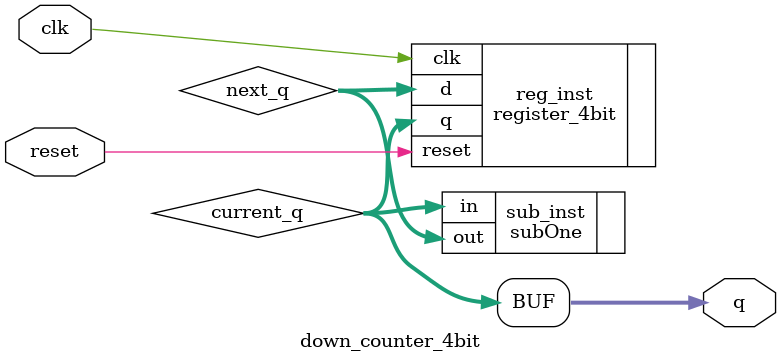
<source format=v>
module down_counter_4bit (
    input wire clk,
    input wire reset,
    output wire [3:0] q
);

    wire [3:0] current_q;
    wire [3:0] next_q;

    // Instantiate register
    register_4bit reg_inst (
        .clk(clk),
        .reset(reset),
        .d(next_q),
        .q(current_q)
    );

    // Instantiate subtractor
    subOne sub_inst (
        .in(current_q),
        .out(next_q)
    );

    // Output
    assign q = current_q;

endmodule

</source>
